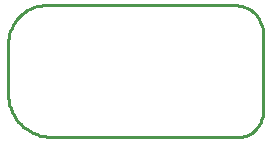
<source format=gbr>
G04 EAGLE Gerber RS-274X export*
G75*
%MOMM*%
%FSLAX34Y34*%
%LPD*%
%IN*%
%IPPOS*%
%AMOC8*
5,1,8,0,0,1.08239X$1,22.5*%
G01*
%ADD10C,0.254000*%


D10*
X149860Y233680D02*
X150000Y230470D01*
X150420Y227285D01*
X151115Y224148D01*
X152081Y221083D01*
X153311Y218115D01*
X154794Y215265D01*
X156521Y212555D01*
X158477Y210006D01*
X160647Y207637D01*
X163016Y205467D01*
X165565Y203511D01*
X168275Y201784D01*
X171125Y200301D01*
X174093Y199071D01*
X177158Y198105D01*
X180295Y197410D01*
X183480Y196990D01*
X186690Y196850D01*
X344170Y196850D01*
X346052Y196932D01*
X347919Y197178D01*
X349758Y197586D01*
X351554Y198152D01*
X353294Y198873D01*
X354965Y199743D01*
X356554Y200755D01*
X358048Y201901D01*
X359436Y203174D01*
X360709Y204562D01*
X361856Y206057D01*
X362868Y207645D01*
X363737Y209316D01*
X364458Y211056D01*
X365024Y212852D01*
X365432Y214691D01*
X365678Y216558D01*
X365760Y218440D01*
X365760Y284480D01*
X365668Y286583D01*
X365393Y288670D01*
X364938Y290725D01*
X364305Y292733D01*
X363499Y294678D01*
X362527Y296545D01*
X361396Y298320D01*
X360115Y299990D01*
X358693Y301543D01*
X357140Y302965D01*
X355470Y304246D01*
X353695Y305377D01*
X351828Y306349D01*
X349883Y307155D01*
X347875Y307788D01*
X345820Y308243D01*
X343733Y308518D01*
X341630Y308610D01*
X182880Y308610D01*
X180002Y308484D01*
X177146Y308108D01*
X174334Y307485D01*
X171587Y306619D01*
X168925Y305516D01*
X166370Y304186D01*
X163941Y302638D01*
X161655Y300885D01*
X159531Y298939D01*
X157585Y296815D01*
X155832Y294530D01*
X154284Y292100D01*
X152954Y289545D01*
X151851Y286884D01*
X150985Y284136D01*
X150362Y281324D01*
X149986Y278468D01*
X149860Y275590D01*
X149860Y233680D01*
M02*

</source>
